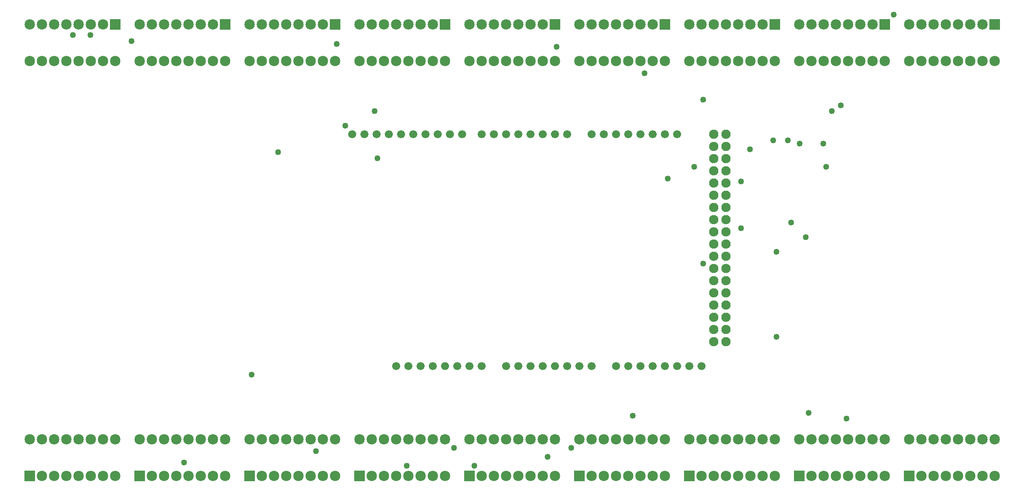
<source format=gbs>
G04 MADE WITH FRITZING*
G04 WWW.FRITZING.ORG*
G04 DOUBLE SIDED*
G04 HOLES PLATED*
G04 CONTOUR ON CENTER OF CONTOUR VECTOR*
%ASAXBY*%
%FSLAX23Y23*%
%MOIN*%
%OFA0B0*%
%SFA1.0B1.0*%
%ADD10C,0.049370*%
%ADD11C,0.065990*%
%ADD12C,0.075993*%
%ADD13C,0.075965*%
%ADD14C,0.085000*%
%ADD15R,0.085000X0.085000*%
%LNMASK0*%
G90*
G70*
G54D10*
X6108Y3007D03*
X6900Y799D03*
X6324Y1471D03*
X4644Y559D03*
X6588Y847D03*
X6300Y3079D03*
X2796Y3199D03*
X6420Y3079D03*
X5652Y2863D03*
X5148Y823D03*
X5724Y2071D03*
X6516Y3055D03*
X3060Y2935D03*
X6780Y3319D03*
X6444Y2407D03*
X5244Y3631D03*
X6852Y3367D03*
X6036Y2359D03*
X4524Y3847D03*
X3684Y559D03*
X5436Y2767D03*
X5724Y3415D03*
X6708Y3055D03*
X6564Y2287D03*
X3300Y415D03*
X3852Y415D03*
X4452Y487D03*
X708Y3943D03*
X2556Y535D03*
X6324Y2167D03*
X7284Y4111D03*
X2724Y3871D03*
X2244Y2983D03*
X3036Y3319D03*
X2028Y1159D03*
X1476Y439D03*
X564Y3943D03*
X1044Y3895D03*
X6732Y2863D03*
X6036Y2743D03*
G54D11*
X5111Y1229D03*
X3511Y1229D03*
X5211Y1229D03*
X5311Y1229D03*
X5411Y1229D03*
X5511Y1229D03*
G54D12*
X5811Y2629D03*
G54D11*
X5611Y1229D03*
X5711Y1229D03*
X3551Y3129D03*
X4111Y1229D03*
X4211Y1229D03*
X4311Y1229D03*
X4411Y1229D03*
G54D12*
X5811Y1829D03*
G54D11*
X4511Y1229D03*
X4611Y1229D03*
X4711Y1229D03*
X4811Y1229D03*
X4311Y3129D03*
G54D12*
X5811Y3029D03*
X5811Y2229D03*
X5811Y1429D03*
G54D11*
X3151Y3129D03*
X3911Y1229D03*
X3911Y3129D03*
G54D12*
X5811Y2829D03*
X5811Y2429D03*
G54D13*
X5811Y2029D03*
G54D11*
X5511Y3129D03*
G54D12*
X5811Y1629D03*
G54D11*
X5411Y3129D03*
X5311Y3129D03*
X5211Y3129D03*
X5111Y3129D03*
X5011Y3129D03*
X4911Y3129D03*
X4811Y3129D03*
X2951Y3129D03*
X3351Y3129D03*
X3751Y3129D03*
X3311Y1229D03*
X3711Y1229D03*
X4511Y3129D03*
X4111Y3129D03*
G54D12*
X5811Y3129D03*
X5811Y2929D03*
X5811Y2729D03*
X5811Y2529D03*
X5811Y2329D03*
X5811Y2129D03*
X5811Y1929D03*
X5811Y1729D03*
G54D13*
X5811Y1529D03*
G54D11*
X2851Y3129D03*
X3051Y3129D03*
X3251Y3129D03*
X3451Y3129D03*
X3651Y3129D03*
X3211Y1229D03*
X3411Y1229D03*
X3611Y1229D03*
X3811Y1229D03*
X4611Y3129D03*
X4411Y3129D03*
X4211Y3129D03*
X4011Y3129D03*
G54D12*
X5911Y3129D03*
X5911Y3029D03*
X5911Y2929D03*
X5911Y2829D03*
X5911Y2729D03*
X5911Y2629D03*
X5911Y2529D03*
X5911Y2429D03*
X5911Y2329D03*
X5911Y2229D03*
X5911Y2129D03*
G54D13*
X5911Y2029D03*
G54D12*
X5911Y1929D03*
X5911Y1829D03*
X5911Y1729D03*
X5911Y1629D03*
G54D13*
X5911Y1529D03*
G54D12*
X5911Y1429D03*
G54D11*
X5011Y1229D03*
G54D14*
X911Y4029D03*
X911Y3729D03*
X811Y4029D03*
X811Y3729D03*
X711Y4029D03*
X711Y3729D03*
X611Y4029D03*
X611Y3729D03*
X511Y4029D03*
X511Y3729D03*
X411Y4029D03*
X411Y3729D03*
X311Y4029D03*
X311Y3729D03*
X211Y4029D03*
X211Y3729D03*
X7411Y329D03*
X7411Y629D03*
X7511Y329D03*
X7511Y629D03*
X7611Y329D03*
X7611Y629D03*
X7711Y329D03*
X7711Y629D03*
X7811Y329D03*
X7811Y629D03*
X7911Y329D03*
X7911Y629D03*
X8011Y329D03*
X8011Y629D03*
X8111Y329D03*
X8111Y629D03*
X1811Y4029D03*
X1811Y3729D03*
X1711Y4029D03*
X1711Y3729D03*
X1611Y4029D03*
X1611Y3729D03*
X1511Y4029D03*
X1511Y3729D03*
X1411Y4029D03*
X1411Y3729D03*
X1311Y4029D03*
X1311Y3729D03*
X1211Y4029D03*
X1211Y3729D03*
X1111Y4029D03*
X1111Y3729D03*
X2711Y4029D03*
X2711Y3729D03*
X2611Y4029D03*
X2611Y3729D03*
X2511Y4029D03*
X2511Y3729D03*
X2411Y4029D03*
X2411Y3729D03*
X2311Y4029D03*
X2311Y3729D03*
X2211Y4029D03*
X2211Y3729D03*
X2111Y4029D03*
X2111Y3729D03*
X2011Y4029D03*
X2011Y3729D03*
X3611Y4029D03*
X3611Y3729D03*
X3511Y4029D03*
X3511Y3729D03*
X3411Y4029D03*
X3411Y3729D03*
X3311Y4029D03*
X3311Y3729D03*
X3211Y4029D03*
X3211Y3729D03*
X3111Y4029D03*
X3111Y3729D03*
X3011Y4029D03*
X3011Y3729D03*
X2911Y4029D03*
X2911Y3729D03*
X4511Y4029D03*
X4511Y3729D03*
X4411Y4029D03*
X4411Y3729D03*
X4311Y4029D03*
X4311Y3729D03*
X4211Y4029D03*
X4211Y3729D03*
X4111Y4029D03*
X4111Y3729D03*
X4011Y4029D03*
X4011Y3729D03*
X3911Y4029D03*
X3911Y3729D03*
X3811Y4029D03*
X3811Y3729D03*
X5411Y4029D03*
X5411Y3729D03*
X5311Y4029D03*
X5311Y3729D03*
X5211Y4029D03*
X5211Y3729D03*
X5111Y4029D03*
X5111Y3729D03*
X5011Y4029D03*
X5011Y3729D03*
X4911Y4029D03*
X4911Y3729D03*
X4811Y4029D03*
X4811Y3729D03*
X4711Y4029D03*
X4711Y3729D03*
X6311Y4029D03*
X6311Y3729D03*
X6211Y4029D03*
X6211Y3729D03*
X6111Y4029D03*
X6111Y3729D03*
X6011Y4029D03*
X6011Y3729D03*
X5911Y4029D03*
X5911Y3729D03*
X5811Y4029D03*
X5811Y3729D03*
X5711Y4029D03*
X5711Y3729D03*
X5611Y4029D03*
X5611Y3729D03*
X7211Y4029D03*
X7211Y3729D03*
X7111Y4029D03*
X7111Y3729D03*
X7011Y4029D03*
X7011Y3729D03*
X6911Y4029D03*
X6911Y3729D03*
X6811Y4029D03*
X6811Y3729D03*
X6711Y4029D03*
X6711Y3729D03*
X6611Y4029D03*
X6611Y3729D03*
X6511Y4029D03*
X6511Y3729D03*
X8111Y4029D03*
X8111Y3729D03*
X8011Y4029D03*
X8011Y3729D03*
X7911Y4029D03*
X7911Y3729D03*
X7811Y4029D03*
X7811Y3729D03*
X7711Y4029D03*
X7711Y3729D03*
X7611Y4029D03*
X7611Y3729D03*
X7511Y4029D03*
X7511Y3729D03*
X7411Y4029D03*
X7411Y3729D03*
X211Y329D03*
X211Y629D03*
X311Y329D03*
X311Y629D03*
X411Y329D03*
X411Y629D03*
X511Y329D03*
X511Y629D03*
X611Y329D03*
X611Y629D03*
X711Y329D03*
X711Y629D03*
X811Y329D03*
X811Y629D03*
X911Y329D03*
X911Y629D03*
X1111Y329D03*
X1111Y629D03*
X1211Y329D03*
X1211Y629D03*
X1311Y329D03*
X1311Y629D03*
X1411Y329D03*
X1411Y629D03*
X1511Y329D03*
X1511Y629D03*
X1611Y329D03*
X1611Y629D03*
X1711Y329D03*
X1711Y629D03*
X1811Y329D03*
X1811Y629D03*
X2011Y329D03*
X2011Y629D03*
X2111Y329D03*
X2111Y629D03*
X2211Y329D03*
X2211Y629D03*
X2311Y329D03*
X2311Y629D03*
X2411Y329D03*
X2411Y629D03*
X2511Y329D03*
X2511Y629D03*
X2611Y329D03*
X2611Y629D03*
X2711Y329D03*
X2711Y629D03*
X2911Y329D03*
X2911Y629D03*
X3011Y329D03*
X3011Y629D03*
X3111Y329D03*
X3111Y629D03*
X3211Y329D03*
X3211Y629D03*
X3311Y329D03*
X3311Y629D03*
X3411Y329D03*
X3411Y629D03*
X3511Y329D03*
X3511Y629D03*
X3611Y329D03*
X3611Y629D03*
X3811Y329D03*
X3811Y629D03*
X3911Y329D03*
X3911Y629D03*
X4011Y329D03*
X4011Y629D03*
X4111Y329D03*
X4111Y629D03*
X4211Y329D03*
X4211Y629D03*
X4311Y329D03*
X4311Y629D03*
X4411Y329D03*
X4411Y629D03*
X4511Y329D03*
X4511Y629D03*
X4711Y329D03*
X4711Y629D03*
X4811Y329D03*
X4811Y629D03*
X4911Y329D03*
X4911Y629D03*
X5011Y329D03*
X5011Y629D03*
X5111Y329D03*
X5111Y629D03*
X5211Y329D03*
X5211Y629D03*
X5311Y329D03*
X5311Y629D03*
X5411Y329D03*
X5411Y629D03*
X5611Y329D03*
X5611Y629D03*
X5711Y329D03*
X5711Y629D03*
X5811Y329D03*
X5811Y629D03*
X5911Y329D03*
X5911Y629D03*
X6011Y329D03*
X6011Y629D03*
X6111Y329D03*
X6111Y629D03*
X6211Y329D03*
X6211Y629D03*
X6311Y329D03*
X6311Y629D03*
X6511Y329D03*
X6511Y629D03*
X6611Y329D03*
X6611Y629D03*
X6711Y329D03*
X6711Y629D03*
X6811Y329D03*
X6811Y629D03*
X6911Y329D03*
X6911Y629D03*
X7011Y329D03*
X7011Y629D03*
X7111Y329D03*
X7111Y629D03*
X7211Y329D03*
X7211Y629D03*
G54D15*
X911Y4029D03*
X7411Y329D03*
X1811Y4029D03*
X2711Y4029D03*
X3611Y4029D03*
X4511Y4029D03*
X5411Y4029D03*
X6311Y4029D03*
X7211Y4029D03*
X8111Y4029D03*
X211Y329D03*
X1111Y329D03*
X2011Y329D03*
X2911Y329D03*
X3811Y329D03*
X4711Y329D03*
X5611Y329D03*
X6511Y329D03*
G04 End of Mask0*
M02*
</source>
